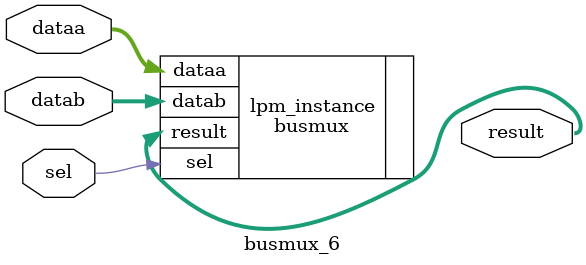
<source format=v>



module busmux_6(sel,dataa,datab,result);
input sel;
input [15:0] dataa;
input [15:0] datab;
output [15:0] result;

busmux	lpm_instance(.sel(sel),.dataa(dataa),.datab(datab),.result(result));
	defparam	lpm_instance.width = 16;

endmodule

</source>
